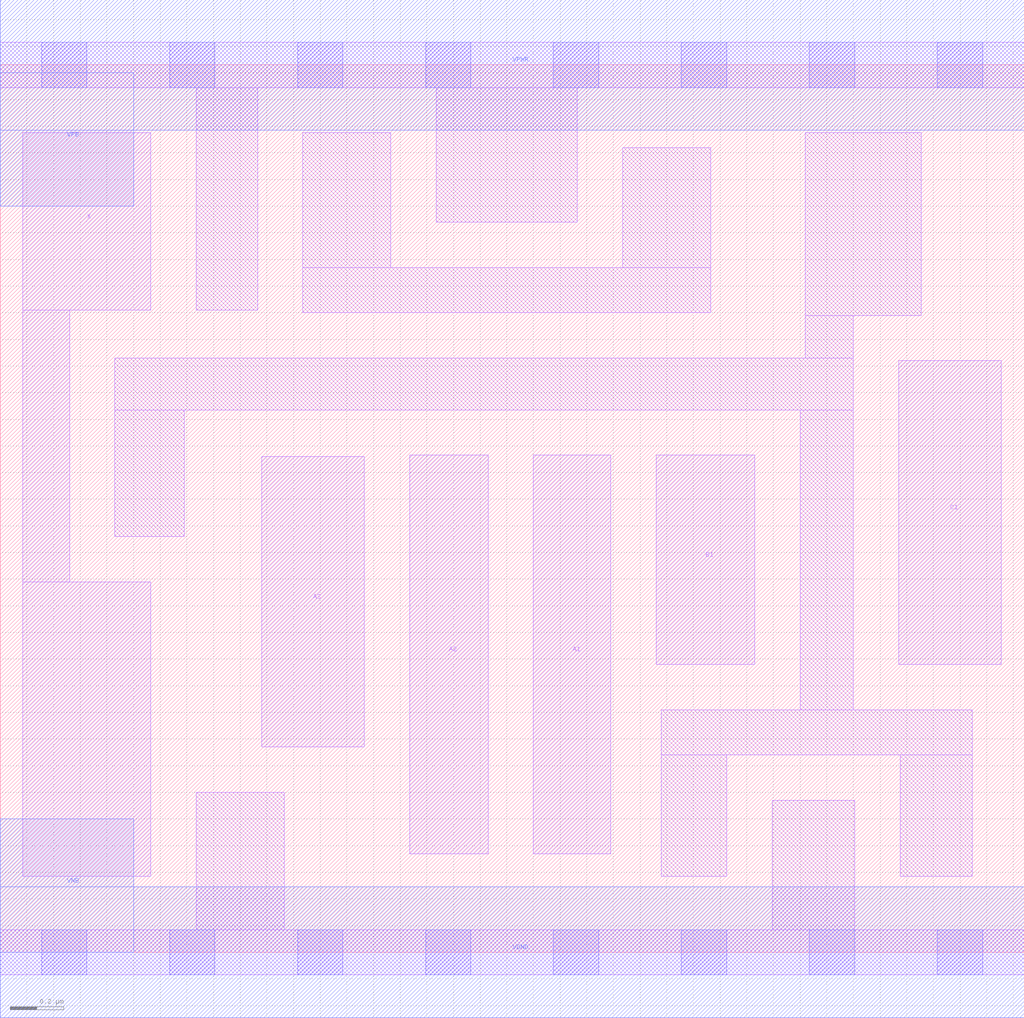
<source format=lef>
# Copyright 2020 The SkyWater PDK Authors
#
# Licensed under the Apache License, Version 2.0 (the "License");
# you may not use this file except in compliance with the License.
# You may obtain a copy of the License at
#
#     https://www.apache.org/licenses/LICENSE-2.0
#
# Unless required by applicable law or agreed to in writing, software
# distributed under the License is distributed on an "AS IS" BASIS,
# WITHOUT WARRANTIES OR CONDITIONS OF ANY KIND, either express or implied.
# See the License for the specific language governing permissions and
# limitations under the License.
#
# SPDX-License-Identifier: Apache-2.0

VERSION 5.5 ;
NAMESCASESENSITIVE ON ;
BUSBITCHARS "[]" ;
DIVIDERCHAR "/" ;
MACRO sky130_fd_sc_lp__a311o_0
  CLASS CORE ;
  SOURCE USER ;
  ORIGIN  0.000000  0.000000 ;
  SIZE  3.840000 BY  3.330000 ;
  SYMMETRY X Y R90 ;
  SITE unit ;
  PIN A1
    ANTENNAGATEAREA  0.159000 ;
    DIRECTION INPUT ;
    USE SIGNAL ;
    PORT
      LAYER li1 ;
        RECT 2.000000 0.370000 2.290000 1.865000 ;
    END
  END A1
  PIN A2
    ANTENNAGATEAREA  0.159000 ;
    DIRECTION INPUT ;
    USE SIGNAL ;
    PORT
      LAYER li1 ;
        RECT 1.535000 0.370000 1.830000 1.865000 ;
    END
  END A2
  PIN A3
    ANTENNAGATEAREA  0.159000 ;
    DIRECTION INPUT ;
    USE SIGNAL ;
    PORT
      LAYER li1 ;
        RECT 0.980000 0.770000 1.365000 1.860000 ;
    END
  END A3
  PIN B1
    ANTENNAGATEAREA  0.159000 ;
    DIRECTION INPUT ;
    USE SIGNAL ;
    PORT
      LAYER li1 ;
        RECT 2.460000 1.080000 2.830000 1.865000 ;
    END
  END B1
  PIN C1
    ANTENNAGATEAREA  0.159000 ;
    DIRECTION INPUT ;
    USE SIGNAL ;
    PORT
      LAYER li1 ;
        RECT 3.370000 1.080000 3.755000 2.220000 ;
    END
  END C1
  PIN X
    ANTENNADIFFAREA  0.293700 ;
    DIRECTION OUTPUT ;
    USE SIGNAL ;
    PORT
      LAYER li1 ;
        RECT 0.085000 0.285000 0.565000 1.390000 ;
        RECT 0.085000 1.390000 0.260000 2.410000 ;
        RECT 0.085000 2.410000 0.565000 3.075000 ;
    END
  END X
  PIN VGND
    DIRECTION INOUT ;
    USE GROUND ;
    PORT
      LAYER met1 ;
        RECT 0.000000 -0.245000 3.840000 0.245000 ;
    END
  END VGND
  PIN VNB
    DIRECTION INOUT ;
    USE GROUND ;
    PORT
      LAYER met1 ;
        RECT 0.000000 0.000000 0.500000 0.500000 ;
    END
  END VNB
  PIN VPB
    DIRECTION INOUT ;
    USE POWER ;
    PORT
      LAYER met1 ;
        RECT 0.000000 2.800000 0.500000 3.300000 ;
    END
  END VPB
  PIN VPWR
    DIRECTION INOUT ;
    USE POWER ;
    PORT
      LAYER met1 ;
        RECT 0.000000 3.085000 3.840000 3.575000 ;
    END
  END VPWR
  OBS
    LAYER li1 ;
      RECT 0.000000 -0.085000 3.840000 0.085000 ;
      RECT 0.000000  3.245000 3.840000 3.415000 ;
      RECT 0.430000  1.560000 0.690000 2.035000 ;
      RECT 0.430000  2.035000 3.200000 2.230000 ;
      RECT 0.735000  0.085000 1.065000 0.600000 ;
      RECT 0.735000  2.410000 0.965000 3.245000 ;
      RECT 1.135000  2.400000 2.665000 2.570000 ;
      RECT 1.135000  2.570000 1.465000 3.075000 ;
      RECT 1.635000  2.740000 2.165000 3.245000 ;
      RECT 2.335000  2.570000 2.665000 3.020000 ;
      RECT 2.480000  0.285000 2.725000 0.740000 ;
      RECT 2.480000  0.740000 3.645000 0.910000 ;
      RECT 2.895000  0.085000 3.205000 0.570000 ;
      RECT 3.000000  0.910000 3.200000 2.035000 ;
      RECT 3.020000  2.230000 3.200000 2.390000 ;
      RECT 3.020000  2.390000 3.455000 3.075000 ;
      RECT 3.375000  0.285000 3.645000 0.740000 ;
    LAYER mcon ;
      RECT 0.155000 -0.085000 0.325000 0.085000 ;
      RECT 0.155000  3.245000 0.325000 3.415000 ;
      RECT 0.635000 -0.085000 0.805000 0.085000 ;
      RECT 0.635000  3.245000 0.805000 3.415000 ;
      RECT 1.115000 -0.085000 1.285000 0.085000 ;
      RECT 1.115000  3.245000 1.285000 3.415000 ;
      RECT 1.595000 -0.085000 1.765000 0.085000 ;
      RECT 1.595000  3.245000 1.765000 3.415000 ;
      RECT 2.075000 -0.085000 2.245000 0.085000 ;
      RECT 2.075000  3.245000 2.245000 3.415000 ;
      RECT 2.555000 -0.085000 2.725000 0.085000 ;
      RECT 2.555000  3.245000 2.725000 3.415000 ;
      RECT 3.035000 -0.085000 3.205000 0.085000 ;
      RECT 3.035000  3.245000 3.205000 3.415000 ;
      RECT 3.515000 -0.085000 3.685000 0.085000 ;
      RECT 3.515000  3.245000 3.685000 3.415000 ;
  END
END sky130_fd_sc_lp__a311o_0
END LIBRARY

</source>
